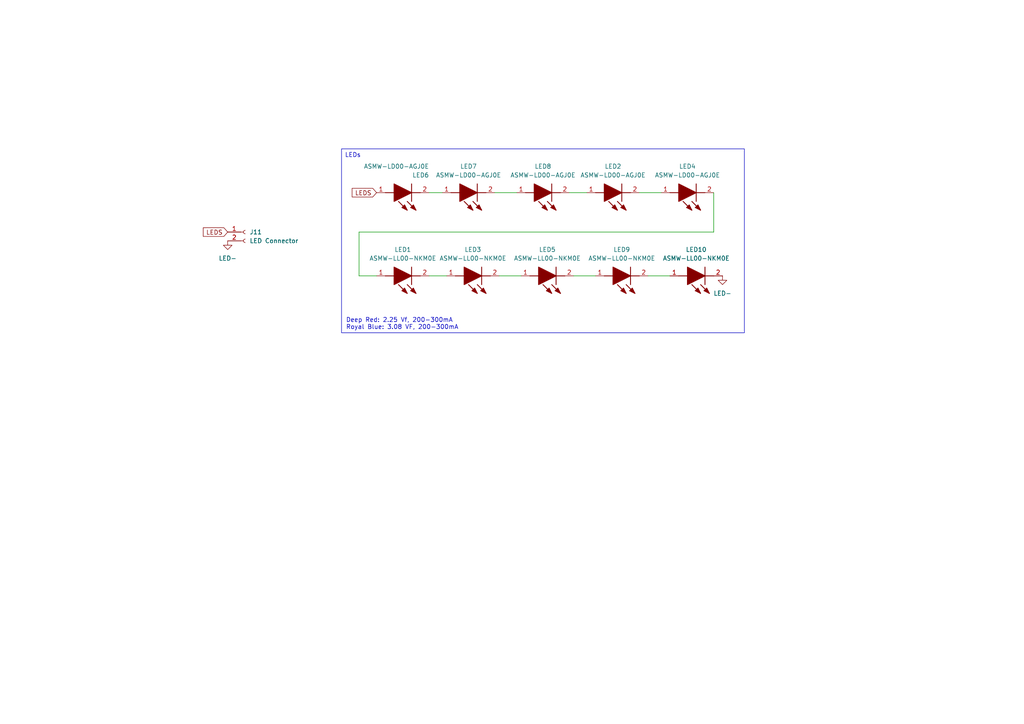
<source format=kicad_sch>
(kicad_sch (version 20250114) (generator "eeschema") (generator_version "9.0")
  (paper "A4")
  (lib_symbols
    (symbol "Connector:Conn_01x02_Socket" (pin_names (offset 1.016) (hide yes))
      (property "Reference" "J" (at 0 2.54 0))
      (property "Value" "Conn_01x02_Socket" (at 0 -5.08 0))
      (symbol "Conn_01x02_Socket_1_1"
        (polyline (pts (xy -1.27 0) (xy -0.508 0)) (stroke (width 0.1524)))
        (polyline (pts (xy -1.27 -2.54) (xy -0.508 -2.54)) (stroke (width 0.1524)))
        (arc (start 0 -0.508) (mid -0.5058 0) (end 0 0.508) (stroke (width 0.1524)))
        (arc (start 0 -3.048) (mid -0.5058 -2.54) (end 0 -2.032) (stroke (width 0.1524)))
        (pin passive line (at -5.08 0 0) (length 3.81) (name "Pin_1") (number "1"))
        (pin passive line (at -5.08 -2.54 0) (length 3.81) (name "Pin_2") (number "2"))
      )
    )
    (symbol "SamacSys_Parts:ASMW-LL00-NKM0E" (pin_names (hide yes))
      (property "Reference" "LED" (at 12.7 8.89 0))
      (property "Value" "ASMW-LL00-NKM0E" (at 12.7 6.35 0))
      (symbol "ASMW-LL00-NKM0E_1_1"
        (polyline (pts (xy 2.54 0) (xy 5.08 0)) (stroke (width 0.254)))
        (polyline (pts (xy 5.08 2.54) (xy 5.08 -2.54)) (stroke (width 0.254)))
        (polyline (pts (xy 5.08 0) (xy 10.16 2.54) (xy 10.16 -2.54) (xy 5.08 0)) (stroke (width 0.254)) (fill (type outline)))
        (polyline (pts (xy 5.334 4.318) (xy 4.572 3.556) (xy 3.81 5.08) (xy 5.334 4.318)) (stroke (width 0.254)) (fill (type outline)))
        (polyline (pts (xy 6.35 2.54) (xy 3.81 5.08)) (stroke (width 0.254)))
        (polyline (pts (xy 7.874 4.318) (xy 7.112 3.556) (xy 6.35 5.08) (xy 7.874 4.318)) (stroke (width 0.254)) (fill (type outline)))
        (polyline (pts (xy 8.89 2.54) (xy 6.35 5.08)) (stroke (width 0.254)))
        (polyline (pts (xy 10.16 0) (xy 12.7 0)) (stroke (width 0.254)))
        (pin passive line (at 0 0 0) (length 2.54) (name "K") (number "2"))
        (pin passive line (at 15.24 0 180) (length 2.54) (name "A") (number "1"))
      )
    )
    (symbol "power:GND" (power) (pin_numbers (hide yes)) (pin_names (offset 0) (hide yes))
      (property "Value" "GND" (at 0 -3.81 0))
      (symbol "GND_0_1"
        (polyline (pts (xy 0 0) (xy 0 -1.27) (xy 1.27 -1.27) (xy 0 -2.54) (xy -1.27 -1.27) (xy 0 -1.27)))
      )
      (symbol "GND_1_1"
        (pin power_in line (at 0 0 270) (length 0) (name "~") (number "1"))
      )
    )
  )
  (text "Deep Red: 2.25 Vf, 200-300mA\nRoyal Blue: 3.08 VF, 200-300mA" (at 100.33 93.98 0) (effects (font (size 1.27 1.27)) (justify left)))
  (text_box "LEDs\n" (at 99.06 43.18 0) (size 116.84 53.34) (margins 0.9525 0.9525 0.9525 0.9525) (effects (font (size 1.27 1.27)) (justify left top)))
  (wire (pts (xy 104.14 67.31) (xy 104.14 80.01)))
  (wire (pts (xy 207.01 55.88) (xy 207.01 67.31)))
  (wire (pts (xy 149.86 55.88) (xy 143.51 55.88)))
  (wire (pts (xy 194.31 80.01) (xy 187.96 80.01)))
  (wire (pts (xy 151.13 80.01) (xy 144.78 80.01)))
  (wire (pts (xy 191.77 55.88) (xy 185.42 55.88)))
  (wire (pts (xy 170.18 55.88) (xy 165.1 55.88)))
  (wire (pts (xy 207.01 67.31) (xy 104.14 67.31)))
  (wire (pts (xy 129.54 80.01) (xy 124.46 80.01)))
  (wire (pts (xy 128.27 55.88) (xy 124.46 55.88)))
  (wire (pts (xy 104.14 80.01) (xy 109.22 80.01)))
  (wire (pts (xy 172.72 80.01) (xy 166.37 80.01)))
  (global_label "LEDS" (shape input) (at 66.04 67.31 180) (property "Intersheetrefs" "${INTERSHEET_REFS}" (effects (hide yes))))
  (global_label "LEDS" (shape input) (at 109.22 55.88 180) (property "Intersheetrefs" "${INTERSHEET_REFS}" (effects (hide yes))))
  (symbol (lib_id "SamacSys_Parts:ASMW-LL00-NKM0E") (at 144.78 80.01 180) (unit 1)
    (property "Reference" "LED3" (at 137.16 72.39 0))
    (property "Value" "ASMW-LL00-NKM0E" (at 137.16 74.93 0))
    (property "Footprint" "SamacSys_Parts:ASMWLL00NKM0E" (effects (hide yes)))
    (property "Datasheet" "https://www.mouser.de/datasheet/2/678/Broadcom_01_02_2020_ASMW_LD00_AGJ0E_ASMW_L300_AFH0-1892072.pdf" (effects (hide yes)))
    (property "Description" "High Power LEDs - Single Colour Horticulture 0.5W 2835 Surface Mount LED" (effects (hide yes)))
    (property "Height" "0.9" (effects (hide yes)))
    (property "Mouser Part Number" "630-ASMW-LL00-NKM0E" (effects (hide yes)))
    (property "Mouser Price/Stock" "https://www.mouser.co.uk/ProductDetail/Broadcom-Avago/ASMW-LL00-NKM0E?qs=PqoDHHvF649JVZrV5EbDyA%3D%3D" (effects (hide yes)))
    (property "Manufacturer_Name" "Avago Technologies" (effects (hide yes)))
    (property "Manufacturer_Part_Number" "ASMW-LL00-NKM0E" (effects (hide yes)))
  )
  (symbol (lib_id "SamacSys_Parts:ASMW-LL00-NKM0E") (at 165.1 55.88 180) (unit 1)
    (property "Reference" "LED8" (at 157.48 48.26 0))
    (property "Value" "ASMW-LD00-AGJ0E" (at 157.48 50.8 0))
    (property "Footprint" "SamacSys_Parts:ASMWL300AFH0E" (effects (hide yes)))
    (property "Datasheet" "https://www.mouser.de/datasheet/2/678/Broadcom_01_02_2020_ASMW_LD00_AGJ0E_ASMW_L300_AFH0-1892072.pdf" (effects (hide yes)))
    (property "Description" "High Power LEDs - Single Colour Horticulture 0.5W 2835 Surface Mount LED" (effects (hide yes)))
    (property "Height" "0.9" (effects (hide yes)))
    (property "Mouser Part Number" "630-ASMW-LL00-NKM0E" (effects (hide yes)))
    (property "Mouser Price/Stock" "https://www.mouser.co.uk/ProductDetail/Broadcom-Avago/ASMW-LL00-NKM0E?qs=PqoDHHvF649JVZrV5EbDyA%3D%3D" (effects (hide yes)))
    (property "Manufacturer_Name" "Avago Technologies" (effects (hide yes)))
    (property "Manufacturer_Part_Number" "ASMW-LL00-NKM0E" (effects (hide yes)))
  )
  (symbol (lib_id "SamacSys_Parts:ASMW-LL00-NKM0E") (at 124.46 55.88 180) (unit 1)
    (property "Reference" "LED6" (at 124.46 50.8 0) (effects (justify left)))
    (property "Value" "ASMW-LD00-AGJ0E" (at 124.46 48.26 0) (effects (justify left)))
    (property "Footprint" "SamacSys_Parts:ASMWL300AFH0E" (effects (hide yes)))
    (property "Datasheet" "https://www.mouser.de/datasheet/2/678/Broadcom_01_02_2020_ASMW_LD00_AGJ0E_ASMW_L300_AFH0-1892072.pdf" (effects (hide yes)))
    (property "Description" "High Power LEDs - Single Colour Horticulture 0.5W 2835 Surface Mount LED" (effects (hide yes)))
    (property "Height" "0.9" (effects (hide yes)))
    (property "Mouser Part Number" "630-ASMW-LL00-NKM0E" (effects (hide yes)))
    (property "Mouser Price/Stock" "https://www.mouser.co.uk/ProductDetail/Broadcom-Avago/ASMW-LL00-NKM0E?qs=PqoDHHvF649JVZrV5EbDyA%3D%3D" (effects (hide yes)))
    (property "Manufacturer_Name" "Avago Technologies" (effects (hide yes)))
    (property "Manufacturer_Part_Number" "ASMW-LL00-NKM0E" (effects (hide yes)))
  )
  (symbol (lib_id "SamacSys_Parts:ASMW-LL00-NKM0E") (at 207.01 55.88 180) (unit 1)
    (property "Reference" "LED4" (at 199.39 48.26 0))
    (property "Value" "ASMW-LD00-AGJ0E" (at 199.39 50.8 0))
    (property "Footprint" "SamacSys_Parts:ASMWL300AFH0E" (effects (hide yes)))
    (property "Datasheet" "https://www.mouser.de/datasheet/2/678/Broadcom_01_02_2020_ASMW_LD00_AGJ0E_ASMW_L300_AFH0-1892072.pdf" (effects (hide yes)))
    (property "Description" "High Power LEDs - Single Colour Horticulture 0.5W 2835 Surface Mount LED" (effects (hide yes)))
    (property "Height" "0.9" (effects (hide yes)))
    (property "Mouser Part Number" "630-ASMW-LL00-NKM0E" (effects (hide yes)))
    (property "Mouser Price/Stock" "https://www.mouser.co.uk/ProductDetail/Broadcom-Avago/ASMW-LL00-NKM0E?qs=PqoDHHvF649JVZrV5EbDyA%3D%3D" (effects (hide yes)))
    (property "Manufacturer_Name" "Avago Technologies" (effects (hide yes)))
    (property "Manufacturer_Part_Number" "ASMW-LL00-NKM0E" (effects (hide yes)))
  )
  (symbol (lib_id "SamacSys_Parts:ASMW-LL00-NKM0E") (at 185.42 55.88 180) (unit 1)
    (property "Reference" "LED2" (at 177.8 48.26 0))
    (property "Value" "ASMW-LD00-AGJ0E" (at 177.8 50.8 0))
    (property "Footprint" "SamacSys_Parts:ASMWL300AFH0E" (effects (hide yes)))
    (property "Datasheet" "https://www.mouser.de/datasheet/2/678/Broadcom_01_02_2020_ASMW_LD00_AGJ0E_ASMW_L300_AFH0-1892072.pdf" (effects (hide yes)))
    (property "Description" "High Power LEDs - Single Colour Horticulture 0.5W 2835 Surface Mount LED" (effects (hide yes)))
    (property "Height" "0.9" (effects (hide yes)))
    (property "Mouser Part Number" "630-ASMW-LL00-NKM0E" (effects (hide yes)))
    (property "Mouser Price/Stock" "https://www.mouser.co.uk/ProductDetail/Broadcom-Avago/ASMW-LL00-NKM0E?qs=PqoDHHvF649JVZrV5EbDyA%3D%3D" (effects (hide yes)))
    (property "Manufacturer_Name" "Avago Technologies" (effects (hide yes)))
    (property "Manufacturer_Part_Number" "ASMW-LL00-NKM0E" (effects (hide yes)))
  )
  (symbol (lib_id "SamacSys_Parts:ASMW-LL00-NKM0E") (at 143.51 55.88 180) (unit 1)
    (property "Reference" "LED7" (at 135.89 48.26 0))
    (property "Value" "ASMW-LD00-AGJ0E" (at 135.89 50.8 0))
    (property "Footprint" "SamacSys_Parts:ASMWL300AFH0E" (effects (hide yes)))
    (property "Datasheet" "https://www.mouser.de/datasheet/2/678/Broadcom_01_02_2020_ASMW_LD00_AGJ0E_ASMW_L300_AFH0-1892072.pdf" (effects (hide yes)))
    (property "Description" "High Power LEDs - Single Colour Horticulture 0.5W 2835 Surface Mount LED" (effects (hide yes)))
    (property "Height" "0.9" (effects (hide yes)))
    (property "Mouser Part Number" "630-ASMW-LL00-NKM0E" (effects (hide yes)))
    (property "Mouser Price/Stock" "https://www.mouser.co.uk/ProductDetail/Broadcom-Avago/ASMW-LL00-NKM0E?qs=PqoDHHvF649JVZrV5EbDyA%3D%3D" (effects (hide yes)))
    (property "Manufacturer_Name" "Avago Technologies" (effects (hide yes)))
    (property "Manufacturer_Part_Number" "ASMW-LL00-NKM0E" (effects (hide yes)))
  )
  (symbol (lib_id "SamacSys_Parts:ASMW-LL00-NKM0E") (at 187.96 80.01 180) (unit 1)
    (property "Reference" "LED9" (at 180.34 72.39 0))
    (property "Value" "ASMW-LL00-NKM0E" (at 180.34 74.93 0))
    (property "Footprint" "SamacSys_Parts:ASMWLL00NKM0E" (effects (hide yes)))
    (property "Datasheet" "https://www.mouser.de/datasheet/2/678/Broadcom_01_02_2020_ASMW_LD00_AGJ0E_ASMW_L300_AFH0-1892072.pdf" (effects (hide yes)))
    (property "Description" "High Power LEDs - Single Colour Horticulture 0.5W 2835 Surface Mount LED" (effects (hide yes)))
    (property "Height" "0.9" (effects (hide yes)))
    (property "Mouser Part Number" "630-ASMW-LL00-NKM0E" (effects (hide yes)))
    (property "Mouser Price/Stock" "https://www.mouser.co.uk/ProductDetail/Broadcom-Avago/ASMW-LL00-NKM0E?qs=PqoDHHvF649JVZrV5EbDyA%3D%3D" (effects (hide yes)))
    (property "Manufacturer_Name" "Avago Technologies" (effects (hide yes)))
    (property "Manufacturer_Part_Number" "ASMW-LL00-NKM0E" (effects (hide yes)))
  )
  (symbol (lib_id "power:GND") (at 209.55 80.01 0) (unit 1)
    (property "Reference" "#PWR062" (effects (hide yes)))
    (property "Value" "LED-" (at 209.55 85.09 0))
    (property "Description" "Power symbol creates a global label with name \"GND\" , ground" (effects (hide yes)))
  )
  (symbol (lib_id "SamacSys_Parts:ASMW-LL00-NKM0E") (at 209.55 80.01 180) (unit 1)
    (property "Reference" "LED10" (at 201.93 72.39 0))
    (property "Value" "ASMW-LL00-NKM0E" (at 201.93 74.93 0))
    (property "Footprint" "SamacSys_Parts:ASMWLL00NKM0E" (effects (hide yes)))
    (property "Datasheet" "https://www.mouser.de/datasheet/2/678/Broadcom_01_02_2020_ASMW_LD00_AGJ0E_ASMW_L300_AFH0-1892072.pdf" (effects (hide yes)))
    (property "Description" "High Power LEDs - Single Colour Horticulture 0.5W 2835 Surface Mount LED" (effects (hide yes)))
    (property "Height" "0.9" (effects (hide yes)))
    (property "Mouser Part Number" "630-ASMW-LL00-NKM0E" (effects (hide yes)))
    (property "Mouser Price/Stock" "https://www.mouser.co.uk/ProductDetail/Broadcom-Avago/ASMW-LL00-NKM0E?qs=PqoDHHvF649JVZrV5EbDyA%3D%3D" (effects (hide yes)))
    (property "Manufacturer_Name" "Avago Technologies" (effects (hide yes)))
    (property "Manufacturer_Part_Number" "ASMW-LL00-NKM0E" (effects (hide yes)))
  )
  (symbol (lib_id "Connector:Conn_01x02_Socket") (at 71.12 67.31 0) (unit 1)
    (property "Reference" "J11" (at 72.39 67.3099 0) (effects (justify left)))
    (property "Value" "LED Connector" (at 72.39 69.8499 0) (effects (justify left)))
    (property "Footprint" "SamacSys_Parts:2828372" (effects (hide yes)))
    (property "Description" "Generic connector, single row, 01x02, script generated" (effects (hide yes)))
  )
  (symbol (lib_id "SamacSys_Parts:ASMW-LL00-NKM0E") (at 124.46 80.01 180) (unit 1)
    (property "Reference" "LED1" (at 116.84 72.39 0))
    (property "Value" "ASMW-LL00-NKM0E" (at 116.84 74.93 0))
    (property "Footprint" "SamacSys_Parts:ASMWLL00NKM0E" (effects (hide yes)))
    (property "Datasheet" "https://www.mouser.de/datasheet/2/678/Broadcom_01_02_2020_ASMW_LD00_AGJ0E_ASMW_L300_AFH0-1892072.pdf" (effects (hide yes)))
    (property "Description" "High Power LEDs - Single Colour Horticulture 0.5W 2835 Surface Mount LED" (effects (hide yes)))
    (property "Height" "0.9" (effects (hide yes)))
    (property "Mouser Part Number" "630-ASMW-LL00-NKM0E" (effects (hide yes)))
    (property "Mouser Price/Stock" "https://www.mouser.co.uk/ProductDetail/Broadcom-Avago/ASMW-LL00-NKM0E?qs=PqoDHHvF649JVZrV5EbDyA%3D%3D" (effects (hide yes)))
    (property "Manufacturer_Name" "Avago Technologies" (effects (hide yes)))
    (property "Manufacturer_Part_Number" "ASMW-LL00-NKM0E" (effects (hide yes)))
  )
  (symbol (lib_id "SamacSys_Parts:ASMW-LL00-NKM0E") (at 166.37 80.01 180) (unit 1)
    (property "Reference" "LED5" (at 158.75 72.39 0))
    (property "Value" "ASMW-LL00-NKM0E" (at 158.75 74.93 0))
    (property "Footprint" "SamacSys_Parts:ASMWLL00NKM0E" (effects (hide yes)))
    (property "Datasheet" "https://www.mouser.de/datasheet/2/678/Broadcom_01_02_2020_ASMW_LD00_AGJ0E_ASMW_L300_AFH0-1892072.pdf" (effects (hide yes)))
    (property "Description" "High Power LEDs - Single Colour Horticulture 0.5W 2835 Surface Mount LED" (effects (hide yes)))
    (property "Height" "0.9" (effects (hide yes)))
    (property "Mouser Part Number" "630-ASMW-LL00-NKM0E" (effects (hide yes)))
    (property "Mouser Price/Stock" "https://www.mouser.co.uk/ProductDetail/Broadcom-Avago/ASMW-LL00-NKM0E?qs=PqoDHHvF649JVZrV5EbDyA%3D%3D" (effects (hide yes)))
    (property "Manufacturer_Name" "Avago Technologies" (effects (hide yes)))
    (property "Manufacturer_Part_Number" "ASMW-LL00-NKM0E" (effects (hide yes)))
  )
  (symbol (lib_id "power:GND") (at 66.04 69.85 0) (unit 1)
    (property "Reference" "#PWR0102" (effects (hide yes)))
    (property "Value" "LED-" (at 66.04 74.93 0))
    (property "Description" "Power symbol creates a global label with name \"GND\" , ground" (effects (hide yes)))
  )
)
</source>
